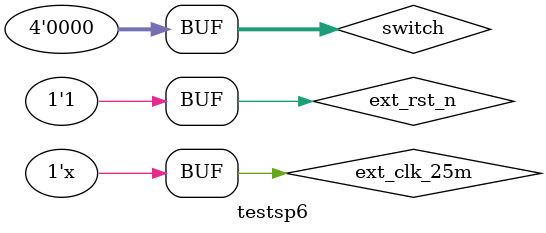
<source format=v>
`timescale 1ns / 1ps


module testsp6;

	// Inputs
	reg ext_clk_25m;
	reg ext_rst_n;
	reg [3:0] switch;

	// Outputs
	wire [3:0] dtube_cs_n;
	wire [7:0] dtube_data;
	wire [7:0] led;

	// Instantiate the Unit Under Test (UUT)
	sp6 uut (
		.ext_clk_25m(ext_clk_25m), 
		.ext_rst_n(ext_rst_n), 
		.switch(switch), 
		.dtube_cs_n(dtube_cs_n), 
		.dtube_data(dtube_data), 
		.led(led)
	);

	initial begin
		// Initialize Inputs
		ext_clk_25m = 0;
		switch = 4'b0000;
		ext_rst_n = 0;
		// Wait 100 ns for global reset to finish
		#200;
      ext_rst_n = 1;
		// Add stimulus here
		switch = 4'b0000;
	end
   always #25 ext_clk_25m = ~ext_clk_25m;
endmodule


</source>
